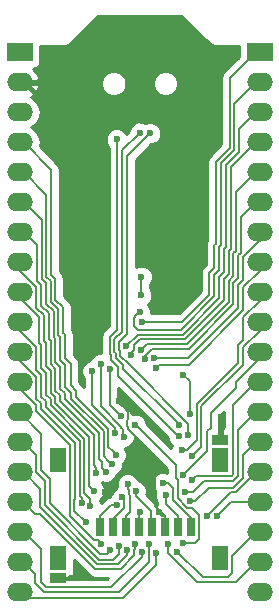
<source format=gbl>
G04 #@! TF.FileFunction,Copper,L2,Bot,Signal*
%FSLAX46Y46*%
G04 Gerber Fmt 4.6, Leading zero omitted, Abs format (unit mm)*
G04 Created by KiCad (PCBNEW 0.201509300352+6225~30~ubuntu15.04.1-product) date Thu 01 Oct 2015 02:18:51 AM PDT*
%MOMM*%
G01*
G04 APERTURE LIST*
%ADD10C,0.100000*%
%ADD11R,0.797560X1.498600*%
%ADD12R,1.447800X0.899160*%
%ADD13R,1.450000X2.050000*%
%ADD14R,2.199640X1.524000*%
%ADD15O,2.199640X1.524000*%
%ADD16C,0.600000*%
%ADD17C,0.203200*%
%ADD18C,0.381000*%
%ADD19C,0.254000*%
G04 APERTURE END LIST*
D10*
D11*
X141424660Y-139268200D03*
X142524480Y-139268200D03*
X143624300Y-139268200D03*
X144724120Y-139268200D03*
X145823940Y-139268200D03*
X146923760Y-139268200D03*
X148023580Y-139268200D03*
X149123400Y-139268200D03*
D12*
X137850880Y-143565880D03*
X151597360Y-131866640D03*
D13*
X151599120Y-133568360D03*
X151599120Y-141868360D03*
X137849120Y-141868360D03*
X137849120Y-133568360D03*
D14*
X154940000Y-99060000D03*
D15*
X154940000Y-101600000D03*
X154940000Y-104140000D03*
X154940000Y-106680000D03*
X154940000Y-109220000D03*
X154940000Y-111760000D03*
X154940000Y-114300000D03*
X154940000Y-116840000D03*
X154940000Y-119380000D03*
X154940000Y-121920000D03*
X154940000Y-124460000D03*
X154940000Y-127000000D03*
X154940000Y-129540000D03*
X154940000Y-132080000D03*
X154940000Y-134620000D03*
X154940000Y-137160000D03*
X154940000Y-139700000D03*
X154940000Y-142240000D03*
X154940000Y-144780000D03*
D14*
X134620000Y-99060000D03*
D15*
X134620000Y-101600000D03*
X134620000Y-104140000D03*
X134620000Y-106680000D03*
X134620000Y-109220000D03*
X134620000Y-111760000D03*
X134620000Y-114300000D03*
X134620000Y-116840000D03*
X134620000Y-119380000D03*
X134620000Y-121920000D03*
X134620000Y-124460000D03*
X134620000Y-127000000D03*
X134620000Y-129540000D03*
X134620000Y-132080000D03*
X134620000Y-134620000D03*
X134620000Y-137160000D03*
X134620000Y-139700000D03*
X134620000Y-142240000D03*
X134620000Y-144780000D03*
D16*
X144418941Y-130575928D03*
X148463000Y-140589000D03*
X148346160Y-105912920D03*
X140007340Y-102100380D03*
X140208000Y-143510000D03*
X139954000Y-114935000D03*
X146385854Y-137989451D03*
X143028436Y-128559236D03*
X141859000Y-136271000D03*
X151638000Y-129921000D03*
X144788243Y-138008441D03*
X143281063Y-136723660D03*
X143764000Y-135636000D03*
X144446405Y-136206194D03*
X146973961Y-136537100D03*
X146748249Y-135509983D03*
X142835354Y-137391862D03*
X148082000Y-131572000D03*
X142833805Y-106431116D03*
X147193000Y-140716000D03*
X147955000Y-141351000D03*
X151296182Y-138360260D03*
X150495000Y-138303034D03*
X149070353Y-137033000D03*
X148590000Y-136271000D03*
X149225000Y-135255000D03*
X148479255Y-134839032D03*
X149224994Y-133223000D03*
X148336000Y-132715000D03*
X146137598Y-125828322D03*
X146025455Y-124978972D03*
X145222440Y-124996771D03*
X144866234Y-124274914D03*
X144013967Y-124669193D03*
X142782844Y-133147513D03*
X142412232Y-133947524D03*
X141907524Y-134572360D03*
X141109385Y-134662494D03*
X140903217Y-136165342D03*
X140618689Y-137472382D03*
X139863265Y-137199497D03*
X140208000Y-138811000D03*
X141533867Y-140692489D03*
X142305661Y-141220097D03*
X143020666Y-140853775D03*
X143735026Y-141220979D03*
X144362823Y-140710966D03*
X144944647Y-141351000D03*
X145572444Y-140716000D03*
X146154268Y-141479836D03*
X143657642Y-123949345D03*
X142228467Y-125855399D03*
X143173419Y-129872075D03*
X144936788Y-118046540D03*
X144906996Y-119634000D03*
X140783039Y-126043952D03*
X142735029Y-131263171D03*
X141478074Y-125476000D03*
X143454467Y-131620324D03*
X148905706Y-131448667D03*
X145669000Y-105918000D03*
X144807843Y-105852579D03*
X148138954Y-130603284D03*
X144971446Y-121878735D03*
X148463000Y-126365000D03*
X149001178Y-129719646D03*
X144800642Y-121031000D03*
D17*
X147874434Y-134031421D02*
X144718940Y-130875927D01*
X147985178Y-135230745D02*
X147874434Y-135120001D01*
X148807695Y-137637801D02*
X147985178Y-136815284D01*
X148463000Y-140589000D02*
X149499322Y-140589000D01*
X149188695Y-137637801D02*
X148807695Y-137637801D01*
X149826981Y-140261341D02*
X149826981Y-138276087D01*
X147874434Y-135120001D02*
X147874434Y-134031421D01*
X149826981Y-138276087D02*
X149188695Y-137637801D01*
X147985178Y-136815284D02*
X147985178Y-135230745D01*
X144718940Y-130875927D02*
X144418941Y-130575928D01*
X149499322Y-140589000D02*
X149826981Y-140261341D01*
D18*
X137370820Y-100330000D02*
X142763240Y-100330000D01*
X148046161Y-105612921D02*
X148346160Y-105912920D01*
X142763240Y-100330000D02*
X148046161Y-105612921D01*
X136100820Y-101600000D02*
X137370820Y-100330000D01*
X140007340Y-102100380D02*
X136601200Y-102100380D01*
X136601200Y-102100380D02*
X136100820Y-101600000D01*
X136100820Y-101600000D02*
X134620000Y-101600000D01*
D17*
X137850880Y-143565880D02*
X140152120Y-143565880D01*
X140152120Y-143565880D02*
X140208000Y-143510000D01*
D18*
X140253999Y-114635001D02*
X140253999Y-106896179D01*
X140253999Y-106896179D02*
X134957820Y-101600000D01*
X139954000Y-114935000D02*
X140253999Y-114635001D01*
D17*
X146092648Y-137484588D02*
X146092648Y-134704352D01*
X146092648Y-134704352D02*
X146177000Y-134620000D01*
X146923760Y-138315700D02*
X146092648Y-137484588D01*
X143832244Y-130136690D02*
X143832244Y-129526946D01*
X143797042Y-130783483D02*
X143676722Y-130663163D01*
X143676722Y-130292212D02*
X143832244Y-130136690D01*
X143676722Y-130663163D02*
X143676722Y-130292212D01*
X143797042Y-130992607D02*
X143797042Y-130783483D01*
X143328435Y-128859235D02*
X143028436Y-128559236D01*
X143832244Y-129526946D02*
X143328435Y-129023137D01*
X146177000Y-133372565D02*
X143797042Y-130992607D01*
X143328435Y-129023137D02*
X143328435Y-128859235D01*
X146177000Y-134620000D02*
X146177000Y-133372565D01*
X146923760Y-138315700D02*
X146712105Y-138315700D01*
X146712105Y-138315700D02*
X146685853Y-138289450D01*
X146685853Y-138289450D02*
X146385854Y-137989451D01*
X146923760Y-139268200D02*
X146923760Y-138315700D01*
X142158999Y-135971001D02*
X143510000Y-134620000D01*
X143510000Y-134620000D02*
X146177000Y-134620000D01*
X141859000Y-136271000D02*
X142158999Y-135971001D01*
D18*
X134957820Y-101600000D02*
X134620000Y-101600000D01*
X151638000Y-129921000D02*
X151638000Y-131826000D01*
X151638000Y-131826000D02*
X151597360Y-131866640D01*
D17*
X144724120Y-139268200D02*
X144724120Y-138072564D01*
X144724120Y-138072564D02*
X144788243Y-138008441D01*
X143469856Y-137637914D02*
X143469856Y-136912453D01*
X143469856Y-136912453D02*
X143281063Y-136723660D01*
X142524480Y-138583290D02*
X143469856Y-137637914D01*
X142524480Y-139268200D02*
X142524480Y-138583290D01*
X143841603Y-136137867D02*
X143841603Y-136496500D01*
X143944891Y-136599788D02*
X143944891Y-137995109D01*
X143841603Y-136496500D02*
X143944891Y-136599788D01*
X143764000Y-136060264D02*
X143841603Y-136137867D01*
X143764000Y-135636000D02*
X143764000Y-136060264D01*
X143624300Y-138315700D02*
X143624300Y-139268200D01*
X143944891Y-137995109D02*
X143624300Y-138315700D01*
X144446405Y-136630458D02*
X144446405Y-136206194D01*
X145730253Y-139174513D02*
X145730253Y-137914306D01*
X145730253Y-137914306D02*
X144446405Y-136630458D01*
X145823940Y-139268200D02*
X145730253Y-139174513D01*
X148023580Y-139268200D02*
X148023580Y-138315700D01*
X146973961Y-136961364D02*
X146973961Y-136537100D01*
X146973961Y-137266081D02*
X146973961Y-136961364D01*
X148023580Y-138315700D02*
X146973961Y-137266081D01*
X147172513Y-135509983D02*
X146748249Y-135509983D01*
X149123400Y-138528257D02*
X147578771Y-136983628D01*
X147578771Y-136983628D02*
X147578771Y-135916241D01*
X149123400Y-139268200D02*
X149123400Y-138528257D01*
X147578771Y-135916241D02*
X147172513Y-135509983D01*
X141424660Y-138315700D02*
X142348498Y-137391862D01*
X142348498Y-137391862D02*
X142411090Y-137391862D01*
X142411090Y-137391862D02*
X142835354Y-137391862D01*
X141424660Y-139268200D02*
X141424660Y-138315700D01*
X142336804Y-124677696D02*
X142336804Y-125072522D01*
X142833805Y-106855380D02*
X142900411Y-106921986D01*
X142336804Y-125072522D02*
X142967031Y-125702749D01*
X142967031Y-126457031D02*
X147782001Y-131272001D01*
X142833805Y-106431116D02*
X142833805Y-106855380D01*
X142900411Y-106921986D02*
X142900411Y-122532286D01*
X142900411Y-122532286D02*
X142240000Y-123192697D01*
X142240000Y-123192697D02*
X142240000Y-124580892D01*
X142240000Y-124580892D02*
X142336804Y-124677696D01*
X142967031Y-125702749D02*
X142967031Y-126457031D01*
X147782001Y-131272001D02*
X148082000Y-131572000D01*
X152925769Y-143916411D02*
X154602180Y-142240000D01*
X147193000Y-141484108D02*
X149625303Y-143916411D01*
X147193000Y-140716000D02*
X147193000Y-141484108D01*
X154602180Y-142240000D02*
X154940000Y-142240000D01*
X149625303Y-143916411D02*
X152925769Y-143916411D01*
X152256122Y-143510000D02*
X150114000Y-143510000D01*
X150114000Y-143510000D02*
X147955000Y-141351000D01*
X152628921Y-143137201D02*
X152256122Y-143510000D01*
X154940000Y-139700000D02*
X154602180Y-139700000D01*
X154602180Y-139700000D02*
X152628921Y-141673259D01*
X152628921Y-141673259D02*
X152628921Y-143137201D01*
X154940000Y-137160000D02*
X152496442Y-137160000D01*
X151596181Y-138060261D02*
X151296182Y-138360260D01*
X152496442Y-137160000D02*
X151596181Y-138060261D01*
X154940000Y-134620000D02*
X154602180Y-134620000D01*
X152900360Y-136321820D02*
X152476214Y-136321820D01*
X154602180Y-134620000D02*
X152900360Y-136321820D01*
X150794999Y-138003035D02*
X150495000Y-138303034D01*
X152476214Y-136321820D02*
X150794999Y-138003035D01*
X153535370Y-135080254D02*
X152700215Y-135915409D01*
X152700215Y-135915409D02*
X150612208Y-135915409D01*
X154602180Y-132080000D02*
X153535370Y-133146810D01*
X149494617Y-137033000D02*
X149070353Y-137033000D01*
X153535370Y-133146810D02*
X153535370Y-135080254D01*
X154940000Y-132080000D02*
X154602180Y-132080000D01*
X150612208Y-135915409D02*
X149494617Y-137033000D01*
X154602180Y-129540000D02*
X153083272Y-131058908D01*
X153083272Y-131058908D02*
X153083272Y-134957601D01*
X152704872Y-135336001D02*
X150233216Y-135336001D01*
X153083272Y-134957601D02*
X152704872Y-135336001D01*
X154940000Y-129540000D02*
X154602180Y-129540000D01*
X150233216Y-135336001D02*
X149298217Y-136271000D01*
X149298217Y-136271000D02*
X149014264Y-136271000D01*
X149014264Y-136271000D02*
X148590000Y-136271000D01*
X152567961Y-134898161D02*
X149581839Y-134898161D01*
X149524999Y-134955001D02*
X149225000Y-135255000D01*
X152676861Y-134789261D02*
X152567961Y-134898161D01*
X149581839Y-134898161D02*
X149524999Y-134955001D01*
X154602180Y-127000000D02*
X152676861Y-128925319D01*
X154940000Y-127000000D02*
X154602180Y-127000000D01*
X152676861Y-128925319D02*
X152676861Y-134789261D01*
X148779254Y-134539033D02*
X148479255Y-134839032D01*
X150799820Y-129616180D02*
X150799820Y-130850618D01*
X150517859Y-131132579D02*
X150517859Y-132800428D01*
X154940000Y-124460000D02*
X154940000Y-124974502D01*
X150799820Y-130850618D02*
X150517859Y-131132579D01*
X152908000Y-127508000D02*
X150799820Y-129616180D01*
X154940000Y-124974502D02*
X152908000Y-127006502D01*
X152908000Y-127006502D02*
X152908000Y-127508000D01*
X150517859Y-132800428D02*
X148779254Y-134539033D01*
X149524993Y-132923001D02*
X149224994Y-133223000D01*
X154940000Y-121920000D02*
X154940000Y-122613483D01*
X153535370Y-124018113D02*
X153535370Y-125503137D01*
X150012409Y-129026098D02*
X150012408Y-132435586D01*
X150012408Y-132435586D02*
X149524993Y-132923001D01*
X153535370Y-125503137D02*
X150012409Y-129026098D01*
X154940000Y-122613483D02*
X153535370Y-124018113D01*
X154940000Y-120073483D02*
X154940000Y-119380000D01*
X153535370Y-121478113D02*
X154940000Y-120073483D01*
X153535370Y-123443362D02*
X153535370Y-121478113D01*
X153128959Y-123849773D02*
X153535370Y-123443362D01*
X153128959Y-125334796D02*
X153128959Y-123849773D01*
X149605998Y-131869266D02*
X149605998Y-128857757D01*
X148336000Y-132715000D02*
X148760264Y-132715000D01*
X149605998Y-128857757D02*
X153128959Y-125334796D01*
X148760264Y-132715000D02*
X149605998Y-131869266D01*
X153535370Y-118938113D02*
X153535370Y-120903363D01*
X146437597Y-125528323D02*
X146137598Y-125828322D01*
X146458894Y-125507026D02*
X146437597Y-125528323D01*
X154940000Y-116840000D02*
X154940000Y-117533483D01*
X154940000Y-117533483D02*
X153535370Y-118938113D01*
X153535370Y-120903363D02*
X148931707Y-125507026D01*
X148931707Y-125507026D02*
X146458894Y-125507026D01*
X154868794Y-115064689D02*
X153535370Y-116398113D01*
X154940000Y-114300000D02*
X154940000Y-114993483D01*
X154940000Y-114993483D02*
X154868794Y-115064689D01*
X153535370Y-118363363D02*
X153128960Y-118769773D01*
X148885010Y-124978972D02*
X146449719Y-124978972D01*
X153128960Y-118769773D02*
X153128959Y-120735023D01*
X153535370Y-116398113D02*
X153535370Y-118363363D01*
X146449719Y-124978972D02*
X146025455Y-124978972D01*
X153128959Y-120735023D02*
X148885010Y-124978972D01*
X152722550Y-118601434D02*
X152722549Y-120407206D01*
X153329684Y-113032496D02*
X153329684Y-116029048D01*
X153128959Y-118195025D02*
X152722550Y-118601434D01*
X145222440Y-124780520D02*
X145222440Y-124996771D01*
X153128959Y-116229773D02*
X153128959Y-118195025D01*
X153329684Y-116029048D02*
X153128959Y-116229773D01*
X154602180Y-111760000D02*
X153329684Y-113032496D01*
X154940000Y-111760000D02*
X154602180Y-111760000D01*
X148949110Y-124180644D02*
X145822316Y-124180644D01*
X152722549Y-120407206D02*
X148949110Y-124180644D01*
X145822316Y-124180644D02*
X145222440Y-124780520D01*
X152923273Y-115860708D02*
X152722548Y-116061433D01*
X154940000Y-109220000D02*
X154602180Y-109220000D01*
X154602180Y-109220000D02*
X152923273Y-110898907D01*
X145366915Y-123774233D02*
X145166233Y-123974915D01*
X148780770Y-123774233D02*
X145366915Y-123774233D01*
X152316139Y-120238865D02*
X148780770Y-123774233D01*
X152316140Y-118433095D02*
X152316139Y-120238865D01*
X152722548Y-116061433D02*
X152722548Y-118026687D01*
X152722548Y-118026687D02*
X152316140Y-118433095D01*
X152923273Y-110898907D02*
X152923273Y-115860708D01*
X145166233Y-123974915D02*
X144866234Y-124274914D01*
X154602180Y-106680000D02*
X152516862Y-108765318D01*
X154940000Y-106680000D02*
X154602180Y-106680000D01*
X152516862Y-108765318D02*
X152516862Y-115692368D01*
X144013967Y-124488126D02*
X144013967Y-124669193D01*
X144262443Y-123879290D02*
X144262443Y-124239650D01*
X144262443Y-124239650D02*
X144013967Y-124488126D01*
X148612430Y-123367822D02*
X144773911Y-123367822D01*
X152316137Y-115893093D02*
X152316137Y-117858349D01*
X152516862Y-115692368D02*
X152316137Y-115893093D01*
X151909729Y-120070524D02*
X148612430Y-123367822D01*
X144773911Y-123367822D02*
X144262443Y-123879290D01*
X152316137Y-117858349D02*
X151909730Y-118264756D01*
X151909730Y-118264756D02*
X151909729Y-120070524D01*
X134620000Y-106680000D02*
X134957820Y-106680000D01*
X138463096Y-124973323D02*
X138938000Y-125448227D01*
X134957820Y-106680000D02*
X137287000Y-109009180D01*
X137287000Y-109009180D02*
X137287000Y-117901479D01*
X137287000Y-117901479D02*
X137650274Y-118264754D01*
X138303000Y-120649999D02*
X138303000Y-122815502D01*
X138938000Y-125448227D02*
X138938000Y-127260503D01*
X137650274Y-118264754D02*
X137650274Y-119997274D01*
X137650274Y-119997274D02*
X138303000Y-120649999D01*
X138938000Y-127260503D02*
X139395178Y-127717681D01*
X138303000Y-122815502D02*
X138430000Y-122942502D01*
X138430000Y-122942502D02*
X138430000Y-122974977D01*
X138430000Y-122974977D02*
X138463096Y-123008073D01*
X138463096Y-123008073D02*
X138463096Y-124973323D01*
X142130209Y-132494878D02*
X142482845Y-132847514D01*
X139395178Y-127717681D02*
X139395178Y-128217768D01*
X139395178Y-128217768D02*
X142130209Y-130952799D01*
X142130209Y-130952799D02*
X142130209Y-132494878D01*
X142482845Y-132847514D02*
X142782844Y-133147513D01*
X137896589Y-123016317D02*
X138056685Y-123176413D01*
X141723798Y-133259090D02*
X142112233Y-133647525D01*
X138988767Y-128386108D02*
X141723798Y-131121139D01*
X138056685Y-125141664D02*
X138463095Y-125548073D01*
X142112233Y-133647525D02*
X142412232Y-133947524D01*
X138988767Y-127886021D02*
X138988767Y-128386108D01*
X137896589Y-120818339D02*
X137896589Y-123016317D01*
X138463095Y-127360349D02*
X138988767Y-127886021D01*
X138463095Y-125548073D02*
X138463095Y-127360349D01*
X134957820Y-109220000D02*
X136880589Y-111142769D01*
X137243863Y-118433094D02*
X137243863Y-120165613D01*
X136880589Y-111142769D02*
X136880589Y-118069819D01*
X136880589Y-118069819D02*
X137243863Y-118433094D01*
X138056685Y-123176413D02*
X138056685Y-125141664D01*
X141723798Y-131121139D02*
X141723798Y-133259090D01*
X137243863Y-120165613D02*
X137896589Y-120818339D01*
X134620000Y-109220000D02*
X134957820Y-109220000D01*
X141606843Y-133774282D02*
X141606843Y-134271679D01*
X138056684Y-127528689D02*
X138463096Y-127935101D01*
X138463096Y-128435188D02*
X141317387Y-131289479D01*
X141606843Y-134271679D02*
X141607525Y-134272361D01*
X136474178Y-113276358D02*
X136474178Y-118238159D01*
X141317387Y-133484826D02*
X141606843Y-133774282D01*
X141607525Y-134272361D02*
X141907524Y-134572360D01*
X138056684Y-125716413D02*
X138056684Y-127528689D01*
X141317387Y-131289479D02*
X141317387Y-133484826D01*
X138463096Y-127935101D02*
X138463096Y-128435188D01*
X136837452Y-120333954D02*
X137490178Y-120986679D01*
X137650274Y-125310003D02*
X138056684Y-125716413D01*
X137650274Y-123344753D02*
X137650274Y-125310003D01*
X136837452Y-118601434D02*
X136837452Y-120333954D01*
X136474178Y-118238159D02*
X136837452Y-118601434D01*
X134620000Y-111760000D02*
X134957820Y-111760000D01*
X137490178Y-120986679D02*
X137490178Y-123184657D01*
X134957820Y-111760000D02*
X136474178Y-113276358D01*
X137490178Y-123184657D02*
X137650274Y-123344753D01*
X138056685Y-128103441D02*
X138056685Y-128603528D01*
X137243863Y-125478343D02*
X137650273Y-125884753D01*
X137083767Y-123352997D02*
X137243863Y-123513093D01*
X141109385Y-134238230D02*
X141109385Y-134662494D01*
X140910976Y-134039821D02*
X141109385Y-134238230D01*
X138056685Y-128603528D02*
X140910976Y-131457819D01*
X137650273Y-127697029D02*
X138056685Y-128103441D01*
X137650273Y-125884753D02*
X137650273Y-127697029D01*
X137083767Y-121155019D02*
X137083767Y-123352997D01*
X134957820Y-114300000D02*
X136067767Y-115409947D01*
X134620000Y-114300000D02*
X134957820Y-114300000D01*
X140910976Y-131457819D02*
X140910976Y-134039821D01*
X136067767Y-118406499D02*
X136431041Y-118769774D01*
X136431041Y-118769774D02*
X136431041Y-120502293D01*
X136431041Y-120502293D02*
X137083767Y-121155019D01*
X136067767Y-115409947D02*
X136067767Y-118406499D01*
X137243863Y-123513093D02*
X137243863Y-125478343D01*
X137650274Y-128771868D02*
X140504565Y-131626159D01*
X137243862Y-127865369D02*
X137650274Y-128271781D01*
X140504565Y-135766690D02*
X140603218Y-135865343D01*
X137650274Y-128271781D02*
X137650274Y-128771868D01*
X137243862Y-126053093D02*
X137243862Y-127865369D01*
X136837452Y-123681433D02*
X136837452Y-125646683D01*
X136024630Y-118938114D02*
X136024630Y-120670634D01*
X134620000Y-116840000D02*
X134620000Y-117533483D01*
X134620000Y-117533483D02*
X136024630Y-118938114D01*
X140603218Y-135865343D02*
X140903217Y-136165342D01*
X136837452Y-125646683D02*
X137243862Y-126053093D01*
X136024630Y-120670634D02*
X136677356Y-121323359D01*
X136677356Y-121323359D02*
X136677356Y-123521337D01*
X140504565Y-131626159D02*
X140504565Y-135766690D01*
X136677356Y-123521337D02*
X136837452Y-123681433D01*
X136431041Y-125815023D02*
X136837451Y-126221433D01*
X140098154Y-136371886D02*
X140618689Y-136892421D01*
X140098154Y-131794499D02*
X140098154Y-136371886D01*
X136270945Y-121491699D02*
X136270945Y-123689677D01*
X136837451Y-128033709D02*
X137243863Y-128440121D01*
X134620000Y-119380000D02*
X134620000Y-119840754D01*
X137243863Y-128440121D02*
X137243863Y-128940208D01*
X140618689Y-137048118D02*
X140618689Y-137472382D01*
X140618689Y-136892421D02*
X140618689Y-137048118D01*
X136837451Y-126221433D02*
X136837451Y-128033709D01*
X136270945Y-123689677D02*
X136431041Y-123849773D01*
X134620000Y-119840754D02*
X136270945Y-121491699D01*
X136431041Y-123849773D02*
X136431041Y-125815023D01*
X137243863Y-128940208D02*
X140098154Y-131794499D01*
X134620000Y-122613483D02*
X136024630Y-124018113D01*
X139691743Y-131962839D02*
X139691743Y-136603711D01*
X139691743Y-136603711D02*
X139863265Y-136775233D01*
X139863265Y-136775233D02*
X139863265Y-137199497D01*
X136431040Y-128202049D02*
X136837452Y-128608461D01*
X136837452Y-129108548D02*
X139691743Y-131962839D01*
X136837452Y-128608461D02*
X136837452Y-129108548D01*
X136431040Y-126389773D02*
X136431040Y-128202049D01*
X134620000Y-121920000D02*
X134620000Y-122613483D01*
X136024630Y-125983363D02*
X136431040Y-126389773D01*
X136024630Y-124018113D02*
X136024630Y-125983363D01*
X139258464Y-136909192D02*
X139285332Y-136882324D01*
X140208000Y-138811000D02*
X139258464Y-137861464D01*
X139285332Y-136882324D02*
X139285332Y-132131179D01*
X136431041Y-129276888D02*
X136431041Y-128776801D01*
X136431041Y-128776801D02*
X136024630Y-128370390D01*
X139285332Y-132131179D02*
X136431041Y-129276888D01*
X139258464Y-137861464D02*
X139258464Y-136909192D01*
X136024630Y-128370390D02*
X136024630Y-126558113D01*
X134620000Y-125153483D02*
X134620000Y-124460000D01*
X136024630Y-126558113D02*
X134620000Y-125153483D01*
X141233868Y-140392490D02*
X141533867Y-140692489D01*
X134620000Y-127540511D02*
X136024630Y-128945141D01*
X136024630Y-128945141D02*
X136024630Y-129445228D01*
X138852053Y-136740852D02*
X138852053Y-138317938D01*
X138878921Y-136713984D02*
X138852053Y-136740852D01*
X134620000Y-127000000D02*
X134620000Y-127540511D01*
X136024630Y-129445228D02*
X138878921Y-132299519D01*
X138878921Y-132299519D02*
X138878921Y-136713984D01*
X138852053Y-138317938D02*
X140926605Y-140392490D01*
X140926605Y-140392490D02*
X141233868Y-140392490D01*
X137160000Y-137232857D02*
X141447239Y-141520096D01*
X142005662Y-141520096D02*
X142305661Y-141220097D01*
X141447239Y-141520096D02*
X142005662Y-141520096D01*
X137160000Y-135177881D02*
X137160000Y-137232857D01*
X134620000Y-129540000D02*
X136431041Y-131351041D01*
X136431041Y-131351041D02*
X136431041Y-134448922D01*
X136431041Y-134448922D02*
X137160000Y-135177881D01*
X136024630Y-133146810D02*
X136024630Y-134617262D01*
X136753589Y-135346221D02*
X136753589Y-137401197D01*
X134620000Y-132080000D02*
X134957820Y-132080000D01*
X143020666Y-141278039D02*
X143020666Y-140853775D01*
X142520897Y-142002367D02*
X143020666Y-141502598D01*
X136753589Y-137401197D02*
X141354759Y-142002367D01*
X141354759Y-142002367D02*
X142520897Y-142002367D01*
X134957820Y-132080000D02*
X136024630Y-133146810D01*
X143020666Y-141502598D02*
X143020666Y-141278039D01*
X136024630Y-134617262D02*
X136753589Y-135346221D01*
X136347178Y-137569536D02*
X141186420Y-142408778D01*
X136347178Y-136009358D02*
X136347178Y-137569536D01*
X143735026Y-141645243D02*
X143735026Y-141220979D01*
X141186420Y-142408778D02*
X142971491Y-142408778D01*
X142971491Y-142408778D02*
X143735026Y-141645243D01*
X134957820Y-134620000D02*
X136347178Y-136009358D01*
X134620000Y-134620000D02*
X134957820Y-134620000D01*
X143165962Y-142815189D02*
X144339846Y-141641305D01*
X136328091Y-138125200D02*
X141018080Y-142815189D01*
X144362823Y-141135230D02*
X144362823Y-140710966D01*
X144339846Y-141158207D02*
X144362823Y-141135230D01*
X144339846Y-141641305D02*
X144339846Y-141158207D01*
X134957820Y-137160000D02*
X135923020Y-138125200D01*
X134620000Y-137160000D02*
X134957820Y-137160000D01*
X141018080Y-142815189D02*
X143165962Y-142815189D01*
X135923020Y-138125200D02*
X136328091Y-138125200D01*
X136398000Y-141140180D02*
X136398000Y-143926562D01*
X136842499Y-144371061D02*
X142348850Y-144371061D01*
X134620000Y-139700000D02*
X134957820Y-139700000D01*
X134957820Y-139700000D02*
X136398000Y-141140180D01*
X142348850Y-144371061D02*
X144944647Y-141775264D01*
X144944647Y-141775264D02*
X144944647Y-141351000D01*
X136398000Y-143926562D02*
X136842499Y-144371061D01*
X136674159Y-144777472D02*
X142995491Y-144777472D01*
X142995491Y-144777472D02*
X145549467Y-142223496D01*
X145549467Y-142223496D02*
X145549467Y-141163241D01*
X134957820Y-142240000D02*
X135923020Y-143205200D01*
X145549467Y-141163241D02*
X145572444Y-141140264D01*
X145572444Y-141140264D02*
X145572444Y-140716000D01*
X134620000Y-142240000D02*
X134957820Y-142240000D01*
X135923020Y-144026333D02*
X136674159Y-144777472D01*
X135923020Y-143205200D02*
X135923020Y-144026333D01*
X134620000Y-144780000D02*
X134957820Y-144780000D01*
X134957820Y-144780000D02*
X135465820Y-145288000D01*
X135465820Y-145288000D02*
X143354616Y-145288000D01*
X143354616Y-145288000D02*
X146154268Y-142488348D01*
X146154268Y-142488348D02*
X146154268Y-141904100D01*
X146154268Y-141904100D02*
X146154268Y-141479836D01*
X151503320Y-118096417D02*
X151503319Y-119902183D01*
X144598429Y-122961411D02*
X143657642Y-123902198D01*
X148444090Y-122961411D02*
X144598429Y-122961411D01*
X153212822Y-107494607D02*
X152110451Y-108596978D01*
X152110451Y-115524028D02*
X151909726Y-115724753D01*
X152110451Y-108596978D02*
X152110451Y-115524028D01*
X153212822Y-105529358D02*
X153212822Y-107494607D01*
X154940000Y-104140000D02*
X154602180Y-104140000D01*
X151503319Y-119902183D02*
X148444090Y-122961411D01*
X151909726Y-115724753D02*
X151909726Y-117690009D01*
X143657642Y-123902198D02*
X143657642Y-123949345D01*
X154602180Y-104140000D02*
X153212822Y-105529358D01*
X151909726Y-117690009D02*
X151503320Y-118096417D01*
X142228467Y-126279663D02*
X142228467Y-125855399D01*
X142228467Y-128927123D02*
X142228467Y-126279663D01*
X143173419Y-129872075D02*
X142228467Y-128927123D01*
X144906996Y-119634000D02*
X144906996Y-118076332D01*
X144906996Y-118076332D02*
X144936788Y-118046540D01*
X144936788Y-118012788D02*
X144936788Y-118046540D01*
X144907000Y-117983000D02*
X144936788Y-118012788D01*
X142735029Y-130863780D02*
X140783039Y-128911790D01*
X140783039Y-126468216D02*
X140783039Y-126043952D01*
X142735029Y-131263171D02*
X142735029Y-130863780D01*
X140783039Y-128911790D02*
X140783039Y-126468216D01*
X141478074Y-125900264D02*
X141478074Y-125476000D01*
X143219511Y-130773511D02*
X141478074Y-129032074D01*
X143339831Y-130972865D02*
X143219511Y-130852545D01*
X141478074Y-129032074D02*
X141478074Y-125900264D01*
X143339831Y-131505688D02*
X143339831Y-130972865D01*
X143219511Y-130852545D02*
X143219511Y-130773511D01*
X143454467Y-131620324D02*
X143339831Y-131505688D01*
X143713233Y-122922963D02*
X143052822Y-123583374D01*
X143836815Y-125445801D02*
X148905706Y-130514692D01*
X143836815Y-125423031D02*
X143836815Y-125445801D01*
X143149626Y-124735842D02*
X143836815Y-125423031D01*
X143052822Y-124244212D02*
X143149626Y-124341016D01*
X143052822Y-123583374D02*
X143052822Y-124244212D01*
X145669000Y-105918000D02*
X143713233Y-107873767D01*
X148905706Y-131024403D02*
X148905706Y-131448667D01*
X143713233Y-107873767D02*
X143713233Y-122922963D01*
X148905706Y-130514692D02*
X148905706Y-131024403D01*
X143149626Y-124341016D02*
X143149626Y-124735842D01*
X143306822Y-122700626D02*
X142646411Y-123361037D01*
X143306822Y-107353600D02*
X143306822Y-122700626D01*
X147838955Y-130303285D02*
X148138954Y-130603284D01*
X143373442Y-125837771D02*
X147838955Y-130303285D01*
X143373442Y-125534409D02*
X143373442Y-125837771D01*
X142646411Y-124412552D02*
X142743215Y-124509356D01*
X142743215Y-124509356D02*
X142743215Y-124904182D01*
X142743215Y-124904182D02*
X143373442Y-125534409D01*
X144807843Y-105852579D02*
X143306822Y-107353600D01*
X142646411Y-123361037D02*
X142646411Y-124412552D01*
X148377264Y-121878735D02*
X145395710Y-121878735D01*
X150690499Y-119565501D02*
X148377264Y-121878735D01*
X152400000Y-107157927D02*
X151229060Y-108328867D01*
X154940000Y-99060000D02*
X154602180Y-99060000D01*
X154602180Y-99060000D02*
X152400000Y-101262180D01*
X152400000Y-101262180D02*
X152400000Y-107157927D01*
X151229060Y-108328867D02*
X151229060Y-115255917D01*
X151229060Y-115255917D02*
X151096904Y-115388073D01*
X151096904Y-115388073D02*
X151096904Y-117353331D01*
X151096904Y-117353331D02*
X150690500Y-117759739D01*
X150690500Y-117759739D02*
X150690499Y-119565501D01*
X145395710Y-121878735D02*
X144971446Y-121878735D01*
X149001178Y-129719646D02*
X149001178Y-126903178D01*
X149001178Y-126903178D02*
X148463000Y-126365000D01*
X144500643Y-121330999D02*
X144800642Y-121031000D01*
X151096909Y-119733842D02*
X148275750Y-122555000D01*
X144302198Y-122204198D02*
X144302198Y-121529444D01*
X144653000Y-122555000D02*
X144302198Y-122204198D01*
X151096910Y-117928078D02*
X151096909Y-119733842D01*
X151696431Y-108436247D02*
X151696431Y-115363297D01*
X144302198Y-121529444D02*
X144500643Y-121330999D01*
X152806411Y-107326267D02*
X151696431Y-108436247D01*
X151503315Y-115556413D02*
X151503315Y-117521670D01*
X154602180Y-101600000D02*
X152806411Y-103395769D01*
X151503315Y-117521670D02*
X151096910Y-117928078D01*
X152806411Y-103395769D02*
X152806411Y-107326267D01*
X151696431Y-115363297D02*
X151503315Y-115556413D01*
X154940000Y-101600000D02*
X154602180Y-101600000D01*
X148275750Y-122555000D02*
X144653000Y-122555000D01*
D19*
G36*
X140497225Y-143336044D02*
X140736195Y-143495719D01*
X141018080Y-143551789D01*
X142126412Y-143551789D01*
X142043740Y-143634461D01*
X137703880Y-143634461D01*
X137703880Y-143540800D01*
X138574120Y-143540800D01*
X138809437Y-143496522D01*
X138899015Y-143438880D01*
X139051030Y-143438880D01*
X139209780Y-143280130D01*
X139209780Y-142989990D01*
X139204549Y-142977362D01*
X139221560Y-142893360D01*
X139221560Y-142060379D01*
X140497225Y-143336044D01*
X140497225Y-143336044D01*
G37*
X140497225Y-143336044D02*
X140736195Y-143495719D01*
X141018080Y-143551789D01*
X142126412Y-143551789D01*
X142043740Y-143634461D01*
X137703880Y-143634461D01*
X137703880Y-143540800D01*
X138574120Y-143540800D01*
X138809437Y-143496522D01*
X138899015Y-143438880D01*
X139051030Y-143438880D01*
X139209780Y-143280130D01*
X139209780Y-142989990D01*
X139204549Y-142977362D01*
X139221560Y-142893360D01*
X139221560Y-142060379D01*
X140497225Y-143336044D01*
G36*
X146977360Y-139415200D02*
X146870160Y-139415200D01*
X146870160Y-139121200D01*
X146977360Y-139121200D01*
X146977360Y-139415200D01*
X146977360Y-139415200D01*
G37*
X146977360Y-139415200D02*
X146870160Y-139415200D01*
X146870160Y-139121200D01*
X146977360Y-139121200D01*
X146977360Y-139415200D01*
G36*
X147137834Y-134336531D02*
X147137834Y-134659350D01*
X146935048Y-134575145D01*
X146563082Y-134574821D01*
X146219306Y-134716866D01*
X145956057Y-134979656D01*
X145813411Y-135323184D01*
X145813087Y-135695150D01*
X145955132Y-136038926D01*
X146105761Y-136189819D01*
X146039123Y-136350301D01*
X146038799Y-136722267D01*
X146180844Y-137066043D01*
X146237361Y-137122659D01*
X146237361Y-137266081D01*
X146267608Y-137418145D01*
X146251108Y-137393451D01*
X145342926Y-136485269D01*
X145381243Y-136392993D01*
X145381567Y-136021027D01*
X145239522Y-135677251D01*
X144976732Y-135414002D01*
X144633204Y-135271356D01*
X144625001Y-135271349D01*
X144557117Y-135107057D01*
X144294327Y-134843808D01*
X143950799Y-134701162D01*
X143578833Y-134700838D01*
X143235057Y-134842883D01*
X142971808Y-135105673D01*
X142829162Y-135449201D01*
X142828838Y-135821167D01*
X142856253Y-135887516D01*
X142752120Y-135930543D01*
X142488871Y-136193333D01*
X142346225Y-136536861D01*
X142346185Y-136582311D01*
X142306411Y-136598745D01*
X142225234Y-136679781D01*
X142066613Y-136711332D01*
X141827643Y-136871007D01*
X141512211Y-137186439D01*
X141420075Y-136963452D01*
X141432160Y-136958459D01*
X141695409Y-136695669D01*
X141838055Y-136352141D01*
X141838379Y-135980175D01*
X141696334Y-135636399D01*
X141551624Y-135491436D01*
X141617357Y-135464276D01*
X141720725Y-135507198D01*
X142092691Y-135507522D01*
X142436467Y-135365477D01*
X142699716Y-135102687D01*
X142831179Y-134786090D01*
X142941175Y-134740641D01*
X143204424Y-134477851D01*
X143347070Y-134134323D01*
X143347270Y-133905209D01*
X143575036Y-133677840D01*
X143717682Y-133334312D01*
X143718006Y-132962346D01*
X143575961Y-132618570D01*
X143512877Y-132555376D01*
X143639634Y-132555486D01*
X143983410Y-132413441D01*
X144246659Y-132150651D01*
X144389305Y-131807123D01*
X144389496Y-131588193D01*
X147137834Y-134336531D01*
X147137834Y-134336531D01*
G37*
X147137834Y-134336531D02*
X147137834Y-134659350D01*
X146935048Y-134575145D01*
X146563082Y-134574821D01*
X146219306Y-134716866D01*
X145956057Y-134979656D01*
X145813411Y-135323184D01*
X145813087Y-135695150D01*
X145955132Y-136038926D01*
X146105761Y-136189819D01*
X146039123Y-136350301D01*
X146038799Y-136722267D01*
X146180844Y-137066043D01*
X146237361Y-137122659D01*
X146237361Y-137266081D01*
X146267608Y-137418145D01*
X146251108Y-137393451D01*
X145342926Y-136485269D01*
X145381243Y-136392993D01*
X145381567Y-136021027D01*
X145239522Y-135677251D01*
X144976732Y-135414002D01*
X144633204Y-135271356D01*
X144625001Y-135271349D01*
X144557117Y-135107057D01*
X144294327Y-134843808D01*
X143950799Y-134701162D01*
X143578833Y-134700838D01*
X143235057Y-134842883D01*
X142971808Y-135105673D01*
X142829162Y-135449201D01*
X142828838Y-135821167D01*
X142856253Y-135887516D01*
X142752120Y-135930543D01*
X142488871Y-136193333D01*
X142346225Y-136536861D01*
X142346185Y-136582311D01*
X142306411Y-136598745D01*
X142225234Y-136679781D01*
X142066613Y-136711332D01*
X141827643Y-136871007D01*
X141512211Y-137186439D01*
X141420075Y-136963452D01*
X141432160Y-136958459D01*
X141695409Y-136695669D01*
X141838055Y-136352141D01*
X141838379Y-135980175D01*
X141696334Y-135636399D01*
X141551624Y-135491436D01*
X141617357Y-135464276D01*
X141720725Y-135507198D01*
X142092691Y-135507522D01*
X142436467Y-135365477D01*
X142699716Y-135102687D01*
X142831179Y-134786090D01*
X142941175Y-134740641D01*
X143204424Y-134477851D01*
X143347070Y-134134323D01*
X143347270Y-133905209D01*
X143575036Y-133677840D01*
X143717682Y-133334312D01*
X143718006Y-132962346D01*
X143575961Y-132618570D01*
X143512877Y-132555376D01*
X143639634Y-132555486D01*
X143983410Y-132413441D01*
X144246659Y-132150651D01*
X144389305Y-131807123D01*
X144389496Y-131588193D01*
X147137834Y-134336531D01*
G36*
X147146906Y-131678616D02*
X147146838Y-131757167D01*
X147288883Y-132100943D01*
X147493474Y-132305891D01*
X147404613Y-132519890D01*
X145354035Y-130469312D01*
X145354103Y-130390761D01*
X145212058Y-130046985D01*
X144949268Y-129783736D01*
X144605740Y-129641090D01*
X144233774Y-129640766D01*
X144108576Y-129692497D01*
X144108581Y-129686908D01*
X143966536Y-129343132D01*
X143703746Y-129079883D01*
X143360218Y-128937237D01*
X143280221Y-128937167D01*
X142965067Y-128622013D01*
X142965067Y-127496777D01*
X147146906Y-131678616D01*
X147146906Y-131678616D01*
G37*
X147146906Y-131678616D02*
X147146838Y-131757167D01*
X147288883Y-132100943D01*
X147493474Y-132305891D01*
X147404613Y-132519890D01*
X145354035Y-130469312D01*
X145354103Y-130390761D01*
X145212058Y-130046985D01*
X144949268Y-129783736D01*
X144605740Y-129641090D01*
X144233774Y-129640766D01*
X144108576Y-129692497D01*
X144108581Y-129686908D01*
X143966536Y-129343132D01*
X143703746Y-129079883D01*
X143360218Y-128937237D01*
X143280221Y-128937167D01*
X142965067Y-128622013D01*
X142965067Y-127496777D01*
X147146906Y-131678616D01*
G36*
X151940261Y-130782060D02*
X151883110Y-130782060D01*
X151724360Y-130940810D01*
X151724360Y-131739640D01*
X151744360Y-131739640D01*
X151744360Y-131895920D01*
X151450360Y-131895920D01*
X151450360Y-131739640D01*
X151470360Y-131739640D01*
X151470360Y-131147454D01*
X151480350Y-131132503D01*
X151536420Y-130850618D01*
X151536420Y-129921290D01*
X151940261Y-129517449D01*
X151940261Y-130782060D01*
X151940261Y-130782060D01*
G37*
X151940261Y-130782060D02*
X151883110Y-130782060D01*
X151724360Y-130940810D01*
X151724360Y-131739640D01*
X151744360Y-131739640D01*
X151744360Y-131895920D01*
X151450360Y-131895920D01*
X151450360Y-131739640D01*
X151470360Y-131739640D01*
X151470360Y-131147454D01*
X151480350Y-131132503D01*
X151536420Y-130850618D01*
X151536420Y-129921290D01*
X151940261Y-129517449D01*
X151940261Y-130782060D01*
G36*
X150627952Y-98292043D02*
X150627954Y-98292046D01*
X150858295Y-98445954D01*
X151130000Y-98500000D01*
X153192740Y-98500000D01*
X153192740Y-99427730D01*
X151879145Y-100741325D01*
X151719470Y-100980295D01*
X151663400Y-101262180D01*
X151663400Y-106852817D01*
X150708205Y-107808012D01*
X150548530Y-108046982D01*
X150492460Y-108328867D01*
X150492460Y-114992318D01*
X150416374Y-115106188D01*
X150360304Y-115388073D01*
X150360304Y-117048224D01*
X150169648Y-117238882D01*
X150169645Y-117238884D01*
X150009970Y-117477854D01*
X150009970Y-117477855D01*
X150009968Y-117477858D01*
X149978670Y-117635212D01*
X149953900Y-117759739D01*
X149953899Y-119260392D01*
X148072154Y-121142135D01*
X145735546Y-121142135D01*
X145735804Y-120845833D01*
X145593759Y-120502057D01*
X145477517Y-120385612D01*
X145699188Y-120164327D01*
X145841834Y-119820799D01*
X145842158Y-119448833D01*
X145700113Y-119105057D01*
X145643596Y-119048441D01*
X145643596Y-118662102D01*
X145728980Y-118576867D01*
X145871626Y-118233339D01*
X145871950Y-117861373D01*
X145729905Y-117517597D01*
X145467115Y-117254348D01*
X145123587Y-117111702D01*
X144751621Y-117111378D01*
X144449833Y-117236074D01*
X144449833Y-108178877D01*
X145775616Y-106853094D01*
X145854167Y-106853162D01*
X146197943Y-106711117D01*
X146461192Y-106448327D01*
X146603838Y-106104799D01*
X146604162Y-105732833D01*
X146462117Y-105389057D01*
X146199327Y-105125808D01*
X145855799Y-104983162D01*
X145483833Y-104982838D01*
X145317212Y-105051684D01*
X144994642Y-104917741D01*
X144622676Y-104917417D01*
X144278900Y-105059462D01*
X144015651Y-105322252D01*
X143873005Y-105665780D01*
X143872935Y-105745777D01*
X143653124Y-105965588D01*
X143626922Y-105902173D01*
X143364132Y-105638924D01*
X143020604Y-105496278D01*
X142648638Y-105495954D01*
X142304862Y-105637999D01*
X142041613Y-105900789D01*
X141898967Y-106244317D01*
X141898643Y-106616283D01*
X142040688Y-106960059D01*
X142137272Y-107056812D01*
X142153275Y-107137265D01*
X142163811Y-107153033D01*
X142163811Y-122227176D01*
X141719145Y-122671842D01*
X141559470Y-122910812D01*
X141503400Y-123192697D01*
X141503400Y-124541021D01*
X141292907Y-124540838D01*
X140949131Y-124682883D01*
X140685882Y-124945673D01*
X140618142Y-125108808D01*
X140597872Y-125108790D01*
X140254096Y-125250835D01*
X139990847Y-125513625D01*
X139848201Y-125857153D01*
X139847877Y-126229119D01*
X139989922Y-126572895D01*
X140046439Y-126629511D01*
X140046439Y-127391992D01*
X139916033Y-127196826D01*
X139674600Y-126955393D01*
X139674600Y-125448227D01*
X139618530Y-125166342D01*
X139458855Y-124927372D01*
X139199696Y-124668213D01*
X139199696Y-123008073D01*
X139143626Y-122726188D01*
X139115073Y-122683455D01*
X139110530Y-122660617D01*
X139039600Y-122554463D01*
X139039600Y-120649999D01*
X138983530Y-120368114D01*
X138971741Y-120350470D01*
X138823855Y-120129144D01*
X138823852Y-120129142D01*
X138386874Y-119692165D01*
X138386874Y-118264754D01*
X138360201Y-118130660D01*
X138330805Y-117982871D01*
X138250425Y-117862574D01*
X138218883Y-117815368D01*
X138171130Y-117743900D01*
X138023600Y-117596370D01*
X138023600Y-109009180D01*
X137967530Y-108727295D01*
X137807855Y-108488325D01*
X136324222Y-107004692D01*
X136388807Y-106680000D01*
X136282467Y-106145391D01*
X135979635Y-105692172D01*
X135557336Y-105410000D01*
X135979635Y-105127828D01*
X136282467Y-104674609D01*
X136388807Y-104140000D01*
X136282467Y-103605391D01*
X135979635Y-103152172D01*
X135544394Y-102861353D01*
X135609761Y-102842059D01*
X136035450Y-102498026D01*
X136297080Y-102017277D01*
X136312040Y-101943070D01*
X136296914Y-101916390D01*
X141495592Y-101916390D01*
X141660362Y-102315163D01*
X141965193Y-102620526D01*
X142363677Y-102785991D01*
X142795150Y-102786368D01*
X143193923Y-102621598D01*
X143499286Y-102316767D01*
X143664751Y-101918283D01*
X143664752Y-101916390D01*
X145892332Y-101916390D01*
X146057102Y-102315163D01*
X146361933Y-102620526D01*
X146760417Y-102785991D01*
X147191890Y-102786368D01*
X147590663Y-102621598D01*
X147896026Y-102316767D01*
X148061491Y-101918283D01*
X148061868Y-101486810D01*
X147897098Y-101088037D01*
X147592267Y-100782674D01*
X147193783Y-100617209D01*
X146762310Y-100616832D01*
X146363537Y-100781602D01*
X146058174Y-101086433D01*
X145892709Y-101484917D01*
X145892332Y-101916390D01*
X143664752Y-101916390D01*
X143665128Y-101486810D01*
X143500358Y-101088037D01*
X143195527Y-100782674D01*
X142797043Y-100617209D01*
X142365570Y-100616832D01*
X141966797Y-100781602D01*
X141661434Y-101086433D01*
X141495969Y-101484917D01*
X141495592Y-101916390D01*
X136296914Y-101916390D01*
X136189540Y-101727000D01*
X134747000Y-101727000D01*
X134747000Y-101747000D01*
X134493000Y-101747000D01*
X134493000Y-101727000D01*
X134473000Y-101727000D01*
X134473000Y-101473000D01*
X134493000Y-101473000D01*
X134493000Y-101453000D01*
X134747000Y-101453000D01*
X134747000Y-101473000D01*
X136189540Y-101473000D01*
X136312040Y-101256930D01*
X136297080Y-101182723D01*
X136035450Y-100701974D01*
X135742454Y-100465181D01*
X135955137Y-100425162D01*
X136171261Y-100286090D01*
X136316251Y-100073890D01*
X136367260Y-99822000D01*
X136367260Y-98500000D01*
X138430000Y-98500000D01*
X138701705Y-98445954D01*
X138932046Y-98292046D01*
X138932047Y-98292045D01*
X141264091Y-95960000D01*
X148295908Y-95960000D01*
X150627952Y-98292043D01*
X150627952Y-98292043D01*
G37*
X150627952Y-98292043D02*
X150627954Y-98292046D01*
X150858295Y-98445954D01*
X151130000Y-98500000D01*
X153192740Y-98500000D01*
X153192740Y-99427730D01*
X151879145Y-100741325D01*
X151719470Y-100980295D01*
X151663400Y-101262180D01*
X151663400Y-106852817D01*
X150708205Y-107808012D01*
X150548530Y-108046982D01*
X150492460Y-108328867D01*
X150492460Y-114992318D01*
X150416374Y-115106188D01*
X150360304Y-115388073D01*
X150360304Y-117048224D01*
X150169648Y-117238882D01*
X150169645Y-117238884D01*
X150009970Y-117477854D01*
X150009970Y-117477855D01*
X150009968Y-117477858D01*
X149978670Y-117635212D01*
X149953900Y-117759739D01*
X149953899Y-119260392D01*
X148072154Y-121142135D01*
X145735546Y-121142135D01*
X145735804Y-120845833D01*
X145593759Y-120502057D01*
X145477517Y-120385612D01*
X145699188Y-120164327D01*
X145841834Y-119820799D01*
X145842158Y-119448833D01*
X145700113Y-119105057D01*
X145643596Y-119048441D01*
X145643596Y-118662102D01*
X145728980Y-118576867D01*
X145871626Y-118233339D01*
X145871950Y-117861373D01*
X145729905Y-117517597D01*
X145467115Y-117254348D01*
X145123587Y-117111702D01*
X144751621Y-117111378D01*
X144449833Y-117236074D01*
X144449833Y-108178877D01*
X145775616Y-106853094D01*
X145854167Y-106853162D01*
X146197943Y-106711117D01*
X146461192Y-106448327D01*
X146603838Y-106104799D01*
X146604162Y-105732833D01*
X146462117Y-105389057D01*
X146199327Y-105125808D01*
X145855799Y-104983162D01*
X145483833Y-104982838D01*
X145317212Y-105051684D01*
X144994642Y-104917741D01*
X144622676Y-104917417D01*
X144278900Y-105059462D01*
X144015651Y-105322252D01*
X143873005Y-105665780D01*
X143872935Y-105745777D01*
X143653124Y-105965588D01*
X143626922Y-105902173D01*
X143364132Y-105638924D01*
X143020604Y-105496278D01*
X142648638Y-105495954D01*
X142304862Y-105637999D01*
X142041613Y-105900789D01*
X141898967Y-106244317D01*
X141898643Y-106616283D01*
X142040688Y-106960059D01*
X142137272Y-107056812D01*
X142153275Y-107137265D01*
X142163811Y-107153033D01*
X142163811Y-122227176D01*
X141719145Y-122671842D01*
X141559470Y-122910812D01*
X141503400Y-123192697D01*
X141503400Y-124541021D01*
X141292907Y-124540838D01*
X140949131Y-124682883D01*
X140685882Y-124945673D01*
X140618142Y-125108808D01*
X140597872Y-125108790D01*
X140254096Y-125250835D01*
X139990847Y-125513625D01*
X139848201Y-125857153D01*
X139847877Y-126229119D01*
X139989922Y-126572895D01*
X140046439Y-126629511D01*
X140046439Y-127391992D01*
X139916033Y-127196826D01*
X139674600Y-126955393D01*
X139674600Y-125448227D01*
X139618530Y-125166342D01*
X139458855Y-124927372D01*
X139199696Y-124668213D01*
X139199696Y-123008073D01*
X139143626Y-122726188D01*
X139115073Y-122683455D01*
X139110530Y-122660617D01*
X139039600Y-122554463D01*
X139039600Y-120649999D01*
X138983530Y-120368114D01*
X138971741Y-120350470D01*
X138823855Y-120129144D01*
X138823852Y-120129142D01*
X138386874Y-119692165D01*
X138386874Y-118264754D01*
X138360201Y-118130660D01*
X138330805Y-117982871D01*
X138250425Y-117862574D01*
X138218883Y-117815368D01*
X138171130Y-117743900D01*
X138023600Y-117596370D01*
X138023600Y-109009180D01*
X137967530Y-108727295D01*
X137807855Y-108488325D01*
X136324222Y-107004692D01*
X136388807Y-106680000D01*
X136282467Y-106145391D01*
X135979635Y-105692172D01*
X135557336Y-105410000D01*
X135979635Y-105127828D01*
X136282467Y-104674609D01*
X136388807Y-104140000D01*
X136282467Y-103605391D01*
X135979635Y-103152172D01*
X135544394Y-102861353D01*
X135609761Y-102842059D01*
X136035450Y-102498026D01*
X136297080Y-102017277D01*
X136312040Y-101943070D01*
X136296914Y-101916390D01*
X141495592Y-101916390D01*
X141660362Y-102315163D01*
X141965193Y-102620526D01*
X142363677Y-102785991D01*
X142795150Y-102786368D01*
X143193923Y-102621598D01*
X143499286Y-102316767D01*
X143664751Y-101918283D01*
X143664752Y-101916390D01*
X145892332Y-101916390D01*
X146057102Y-102315163D01*
X146361933Y-102620526D01*
X146760417Y-102785991D01*
X147191890Y-102786368D01*
X147590663Y-102621598D01*
X147896026Y-102316767D01*
X148061491Y-101918283D01*
X148061868Y-101486810D01*
X147897098Y-101088037D01*
X147592267Y-100782674D01*
X147193783Y-100617209D01*
X146762310Y-100616832D01*
X146363537Y-100781602D01*
X146058174Y-101086433D01*
X145892709Y-101484917D01*
X145892332Y-101916390D01*
X143664752Y-101916390D01*
X143665128Y-101486810D01*
X143500358Y-101088037D01*
X143195527Y-100782674D01*
X142797043Y-100617209D01*
X142365570Y-100616832D01*
X141966797Y-100781602D01*
X141661434Y-101086433D01*
X141495969Y-101484917D01*
X141495592Y-101916390D01*
X136296914Y-101916390D01*
X136189540Y-101727000D01*
X134747000Y-101727000D01*
X134747000Y-101747000D01*
X134493000Y-101747000D01*
X134493000Y-101727000D01*
X134473000Y-101727000D01*
X134473000Y-101473000D01*
X134493000Y-101473000D01*
X134493000Y-101453000D01*
X134747000Y-101453000D01*
X134747000Y-101473000D01*
X136189540Y-101473000D01*
X136312040Y-101256930D01*
X136297080Y-101182723D01*
X136035450Y-100701974D01*
X135742454Y-100465181D01*
X135955137Y-100425162D01*
X136171261Y-100286090D01*
X136316251Y-100073890D01*
X136367260Y-99822000D01*
X136367260Y-98500000D01*
X138430000Y-98500000D01*
X138701705Y-98445954D01*
X138932046Y-98292046D01*
X138932047Y-98292045D01*
X141264091Y-95960000D01*
X148295908Y-95960000D01*
X150627952Y-98292043D01*
M02*

</source>
